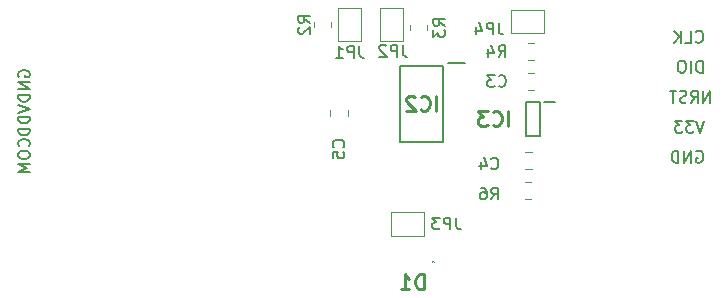
<source format=gbr>
%TF.GenerationSoftware,KiCad,Pcbnew,7.0.6*%
%TF.CreationDate,2024-01-24T15:29:16+09:00*%
%TF.ProjectId,EVO2_ICS_CARD,45564f32-5f49-4435-935f-434152442e6b,rev?*%
%TF.SameCoordinates,Original*%
%TF.FileFunction,Legend,Bot*%
%TF.FilePolarity,Positive*%
%FSLAX46Y46*%
G04 Gerber Fmt 4.6, Leading zero omitted, Abs format (unit mm)*
G04 Created by KiCad (PCBNEW 7.0.6) date 2024-01-24 15:29:16*
%MOMM*%
%LPD*%
G01*
G04 APERTURE LIST*
%ADD10C,0.150000*%
%ADD11C,0.254000*%
%ADD12C,0.120000*%
%ADD13C,0.200000*%
%ADD14C,0.100000*%
G04 APERTURE END LIST*
D10*
X24269819Y-31181922D02*
X25269819Y-31515255D01*
X25269819Y-31515255D02*
X24269819Y-31848588D01*
X25269819Y-32181922D02*
X24269819Y-32181922D01*
X24269819Y-32181922D02*
X24269819Y-32420017D01*
X24269819Y-32420017D02*
X24317438Y-32562874D01*
X24317438Y-32562874D02*
X24412676Y-32658112D01*
X24412676Y-32658112D02*
X24507914Y-32705731D01*
X24507914Y-32705731D02*
X24698390Y-32753350D01*
X24698390Y-32753350D02*
X24841247Y-32753350D01*
X24841247Y-32753350D02*
X25031723Y-32705731D01*
X25031723Y-32705731D02*
X25126961Y-32658112D01*
X25126961Y-32658112D02*
X25222200Y-32562874D01*
X25222200Y-32562874D02*
X25269819Y-32420017D01*
X25269819Y-32420017D02*
X25269819Y-32181922D01*
X25269819Y-33181922D02*
X24269819Y-33181922D01*
X24269819Y-33181922D02*
X24269819Y-33420017D01*
X24269819Y-33420017D02*
X24317438Y-33562874D01*
X24317438Y-33562874D02*
X24412676Y-33658112D01*
X24412676Y-33658112D02*
X24507914Y-33705731D01*
X24507914Y-33705731D02*
X24698390Y-33753350D01*
X24698390Y-33753350D02*
X24841247Y-33753350D01*
X24841247Y-33753350D02*
X25031723Y-33705731D01*
X25031723Y-33705731D02*
X25126961Y-33658112D01*
X25126961Y-33658112D02*
X25222200Y-33562874D01*
X25222200Y-33562874D02*
X25269819Y-33420017D01*
X25269819Y-33420017D02*
X25269819Y-33181922D01*
X25174580Y-34690207D02*
X25222200Y-34642588D01*
X25222200Y-34642588D02*
X25269819Y-34499731D01*
X25269819Y-34499731D02*
X25269819Y-34404493D01*
X25269819Y-34404493D02*
X25222200Y-34261636D01*
X25222200Y-34261636D02*
X25126961Y-34166398D01*
X25126961Y-34166398D02*
X25031723Y-34118779D01*
X25031723Y-34118779D02*
X24841247Y-34071160D01*
X24841247Y-34071160D02*
X24698390Y-34071160D01*
X24698390Y-34071160D02*
X24507914Y-34118779D01*
X24507914Y-34118779D02*
X24412676Y-34166398D01*
X24412676Y-34166398D02*
X24317438Y-34261636D01*
X24317438Y-34261636D02*
X24269819Y-34404493D01*
X24269819Y-34404493D02*
X24269819Y-34499731D01*
X24269819Y-34499731D02*
X24317438Y-34642588D01*
X24317438Y-34642588D02*
X24365057Y-34690207D01*
X24269819Y-35309255D02*
X24269819Y-35499731D01*
X24269819Y-35499731D02*
X24317438Y-35594969D01*
X24317438Y-35594969D02*
X24412676Y-35690207D01*
X24412676Y-35690207D02*
X24603152Y-35737826D01*
X24603152Y-35737826D02*
X24936485Y-35737826D01*
X24936485Y-35737826D02*
X25126961Y-35690207D01*
X25126961Y-35690207D02*
X25222200Y-35594969D01*
X25222200Y-35594969D02*
X25269819Y-35499731D01*
X25269819Y-35499731D02*
X25269819Y-35309255D01*
X25269819Y-35309255D02*
X25222200Y-35214017D01*
X25222200Y-35214017D02*
X25126961Y-35118779D01*
X25126961Y-35118779D02*
X24936485Y-35071160D01*
X24936485Y-35071160D02*
X24603152Y-35071160D01*
X24603152Y-35071160D02*
X24412676Y-35118779D01*
X24412676Y-35118779D02*
X24317438Y-35214017D01*
X24317438Y-35214017D02*
X24269819Y-35309255D01*
X25269819Y-36166398D02*
X24269819Y-36166398D01*
X24269819Y-36166398D02*
X24984104Y-36499731D01*
X24984104Y-36499731D02*
X24269819Y-36833064D01*
X24269819Y-36833064D02*
X25269819Y-36833064D01*
X82848220Y-30984819D02*
X82848220Y-29984819D01*
X82848220Y-29984819D02*
X82276792Y-30984819D01*
X82276792Y-30984819D02*
X82276792Y-29984819D01*
X81229173Y-30984819D02*
X81562506Y-30508628D01*
X81800601Y-30984819D02*
X81800601Y-29984819D01*
X81800601Y-29984819D02*
X81419649Y-29984819D01*
X81419649Y-29984819D02*
X81324411Y-30032438D01*
X81324411Y-30032438D02*
X81276792Y-30080057D01*
X81276792Y-30080057D02*
X81229173Y-30175295D01*
X81229173Y-30175295D02*
X81229173Y-30318152D01*
X81229173Y-30318152D02*
X81276792Y-30413390D01*
X81276792Y-30413390D02*
X81324411Y-30461009D01*
X81324411Y-30461009D02*
X81419649Y-30508628D01*
X81419649Y-30508628D02*
X81800601Y-30508628D01*
X80848220Y-30937200D02*
X80705363Y-30984819D01*
X80705363Y-30984819D02*
X80467268Y-30984819D01*
X80467268Y-30984819D02*
X80372030Y-30937200D01*
X80372030Y-30937200D02*
X80324411Y-30889580D01*
X80324411Y-30889580D02*
X80276792Y-30794342D01*
X80276792Y-30794342D02*
X80276792Y-30699104D01*
X80276792Y-30699104D02*
X80324411Y-30603866D01*
X80324411Y-30603866D02*
X80372030Y-30556247D01*
X80372030Y-30556247D02*
X80467268Y-30508628D01*
X80467268Y-30508628D02*
X80657744Y-30461009D01*
X80657744Y-30461009D02*
X80752982Y-30413390D01*
X80752982Y-30413390D02*
X80800601Y-30365771D01*
X80800601Y-30365771D02*
X80848220Y-30270533D01*
X80848220Y-30270533D02*
X80848220Y-30175295D01*
X80848220Y-30175295D02*
X80800601Y-30080057D01*
X80800601Y-30080057D02*
X80752982Y-30032438D01*
X80752982Y-30032438D02*
X80657744Y-29984819D01*
X80657744Y-29984819D02*
X80419649Y-29984819D01*
X80419649Y-29984819D02*
X80276792Y-30032438D01*
X79991077Y-29984819D02*
X79419649Y-29984819D01*
X79705363Y-30984819D02*
X79705363Y-29984819D01*
X81689411Y-35112438D02*
X81784649Y-35064819D01*
X81784649Y-35064819D02*
X81927506Y-35064819D01*
X81927506Y-35064819D02*
X82070363Y-35112438D01*
X82070363Y-35112438D02*
X82165601Y-35207676D01*
X82165601Y-35207676D02*
X82213220Y-35302914D01*
X82213220Y-35302914D02*
X82260839Y-35493390D01*
X82260839Y-35493390D02*
X82260839Y-35636247D01*
X82260839Y-35636247D02*
X82213220Y-35826723D01*
X82213220Y-35826723D02*
X82165601Y-35921961D01*
X82165601Y-35921961D02*
X82070363Y-36017200D01*
X82070363Y-36017200D02*
X81927506Y-36064819D01*
X81927506Y-36064819D02*
X81832268Y-36064819D01*
X81832268Y-36064819D02*
X81689411Y-36017200D01*
X81689411Y-36017200D02*
X81641792Y-35969580D01*
X81641792Y-35969580D02*
X81641792Y-35636247D01*
X81641792Y-35636247D02*
X81832268Y-35636247D01*
X81213220Y-36064819D02*
X81213220Y-35064819D01*
X81213220Y-35064819D02*
X80641792Y-36064819D01*
X80641792Y-36064819D02*
X80641792Y-35064819D01*
X80165601Y-36064819D02*
X80165601Y-35064819D01*
X80165601Y-35064819D02*
X79927506Y-35064819D01*
X79927506Y-35064819D02*
X79784649Y-35112438D01*
X79784649Y-35112438D02*
X79689411Y-35207676D01*
X79689411Y-35207676D02*
X79641792Y-35302914D01*
X79641792Y-35302914D02*
X79594173Y-35493390D01*
X79594173Y-35493390D02*
X79594173Y-35636247D01*
X79594173Y-35636247D02*
X79641792Y-35826723D01*
X79641792Y-35826723D02*
X79689411Y-35921961D01*
X79689411Y-35921961D02*
X79784649Y-36017200D01*
X79784649Y-36017200D02*
X79927506Y-36064819D01*
X79927506Y-36064819D02*
X80165601Y-36064819D01*
X82213220Y-28444819D02*
X82213220Y-27444819D01*
X82213220Y-27444819D02*
X81975125Y-27444819D01*
X81975125Y-27444819D02*
X81832268Y-27492438D01*
X81832268Y-27492438D02*
X81737030Y-27587676D01*
X81737030Y-27587676D02*
X81689411Y-27682914D01*
X81689411Y-27682914D02*
X81641792Y-27873390D01*
X81641792Y-27873390D02*
X81641792Y-28016247D01*
X81641792Y-28016247D02*
X81689411Y-28206723D01*
X81689411Y-28206723D02*
X81737030Y-28301961D01*
X81737030Y-28301961D02*
X81832268Y-28397200D01*
X81832268Y-28397200D02*
X81975125Y-28444819D01*
X81975125Y-28444819D02*
X82213220Y-28444819D01*
X81213220Y-28444819D02*
X81213220Y-27444819D01*
X80546554Y-27444819D02*
X80356078Y-27444819D01*
X80356078Y-27444819D02*
X80260840Y-27492438D01*
X80260840Y-27492438D02*
X80165602Y-27587676D01*
X80165602Y-27587676D02*
X80117983Y-27778152D01*
X80117983Y-27778152D02*
X80117983Y-28111485D01*
X80117983Y-28111485D02*
X80165602Y-28301961D01*
X80165602Y-28301961D02*
X80260840Y-28397200D01*
X80260840Y-28397200D02*
X80356078Y-28444819D01*
X80356078Y-28444819D02*
X80546554Y-28444819D01*
X80546554Y-28444819D02*
X80641792Y-28397200D01*
X80641792Y-28397200D02*
X80737030Y-28301961D01*
X80737030Y-28301961D02*
X80784649Y-28111485D01*
X80784649Y-28111485D02*
X80784649Y-27778152D01*
X80784649Y-27778152D02*
X80737030Y-27587676D01*
X80737030Y-27587676D02*
X80641792Y-27492438D01*
X80641792Y-27492438D02*
X80546554Y-27444819D01*
X82356077Y-32524819D02*
X82022744Y-33524819D01*
X82022744Y-33524819D02*
X81689411Y-32524819D01*
X81451315Y-32524819D02*
X80832268Y-32524819D01*
X80832268Y-32524819D02*
X81165601Y-32905771D01*
X81165601Y-32905771D02*
X81022744Y-32905771D01*
X81022744Y-32905771D02*
X80927506Y-32953390D01*
X80927506Y-32953390D02*
X80879887Y-33001009D01*
X80879887Y-33001009D02*
X80832268Y-33096247D01*
X80832268Y-33096247D02*
X80832268Y-33334342D01*
X80832268Y-33334342D02*
X80879887Y-33429580D01*
X80879887Y-33429580D02*
X80927506Y-33477200D01*
X80927506Y-33477200D02*
X81022744Y-33524819D01*
X81022744Y-33524819D02*
X81308458Y-33524819D01*
X81308458Y-33524819D02*
X81403696Y-33477200D01*
X81403696Y-33477200D02*
X81451315Y-33429580D01*
X80498934Y-32524819D02*
X79879887Y-32524819D01*
X79879887Y-32524819D02*
X80213220Y-32905771D01*
X80213220Y-32905771D02*
X80070363Y-32905771D01*
X80070363Y-32905771D02*
X79975125Y-32953390D01*
X79975125Y-32953390D02*
X79927506Y-33001009D01*
X79927506Y-33001009D02*
X79879887Y-33096247D01*
X79879887Y-33096247D02*
X79879887Y-33334342D01*
X79879887Y-33334342D02*
X79927506Y-33429580D01*
X79927506Y-33429580D02*
X79975125Y-33477200D01*
X79975125Y-33477200D02*
X80070363Y-33524819D01*
X80070363Y-33524819D02*
X80356077Y-33524819D01*
X80356077Y-33524819D02*
X80451315Y-33477200D01*
X80451315Y-33477200D02*
X80498934Y-33429580D01*
X24317438Y-28800588D02*
X24269819Y-28705350D01*
X24269819Y-28705350D02*
X24269819Y-28562493D01*
X24269819Y-28562493D02*
X24317438Y-28419636D01*
X24317438Y-28419636D02*
X24412676Y-28324398D01*
X24412676Y-28324398D02*
X24507914Y-28276779D01*
X24507914Y-28276779D02*
X24698390Y-28229160D01*
X24698390Y-28229160D02*
X24841247Y-28229160D01*
X24841247Y-28229160D02*
X25031723Y-28276779D01*
X25031723Y-28276779D02*
X25126961Y-28324398D01*
X25126961Y-28324398D02*
X25222200Y-28419636D01*
X25222200Y-28419636D02*
X25269819Y-28562493D01*
X25269819Y-28562493D02*
X25269819Y-28657731D01*
X25269819Y-28657731D02*
X25222200Y-28800588D01*
X25222200Y-28800588D02*
X25174580Y-28848207D01*
X25174580Y-28848207D02*
X24841247Y-28848207D01*
X24841247Y-28848207D02*
X24841247Y-28657731D01*
X25269819Y-29276779D02*
X24269819Y-29276779D01*
X24269819Y-29276779D02*
X25269819Y-29848207D01*
X25269819Y-29848207D02*
X24269819Y-29848207D01*
X25269819Y-30324398D02*
X24269819Y-30324398D01*
X24269819Y-30324398D02*
X24269819Y-30562493D01*
X24269819Y-30562493D02*
X24317438Y-30705350D01*
X24317438Y-30705350D02*
X24412676Y-30800588D01*
X24412676Y-30800588D02*
X24507914Y-30848207D01*
X24507914Y-30848207D02*
X24698390Y-30895826D01*
X24698390Y-30895826D02*
X24841247Y-30895826D01*
X24841247Y-30895826D02*
X25031723Y-30848207D01*
X25031723Y-30848207D02*
X25126961Y-30800588D01*
X25126961Y-30800588D02*
X25222200Y-30705350D01*
X25222200Y-30705350D02*
X25269819Y-30562493D01*
X25269819Y-30562493D02*
X25269819Y-30324398D01*
X81641792Y-25809580D02*
X81689411Y-25857200D01*
X81689411Y-25857200D02*
X81832268Y-25904819D01*
X81832268Y-25904819D02*
X81927506Y-25904819D01*
X81927506Y-25904819D02*
X82070363Y-25857200D01*
X82070363Y-25857200D02*
X82165601Y-25761961D01*
X82165601Y-25761961D02*
X82213220Y-25666723D01*
X82213220Y-25666723D02*
X82260839Y-25476247D01*
X82260839Y-25476247D02*
X82260839Y-25333390D01*
X82260839Y-25333390D02*
X82213220Y-25142914D01*
X82213220Y-25142914D02*
X82165601Y-25047676D01*
X82165601Y-25047676D02*
X82070363Y-24952438D01*
X82070363Y-24952438D02*
X81927506Y-24904819D01*
X81927506Y-24904819D02*
X81832268Y-24904819D01*
X81832268Y-24904819D02*
X81689411Y-24952438D01*
X81689411Y-24952438D02*
X81641792Y-25000057D01*
X80737030Y-25904819D02*
X81213220Y-25904819D01*
X81213220Y-25904819D02*
X81213220Y-24904819D01*
X80403696Y-25904819D02*
X80403696Y-24904819D01*
X79832268Y-25904819D02*
X80260839Y-25333390D01*
X79832268Y-24904819D02*
X80403696Y-25476247D01*
X61338333Y-40729819D02*
X61338333Y-41444104D01*
X61338333Y-41444104D02*
X61385952Y-41586961D01*
X61385952Y-41586961D02*
X61481190Y-41682200D01*
X61481190Y-41682200D02*
X61624047Y-41729819D01*
X61624047Y-41729819D02*
X61719285Y-41729819D01*
X60862142Y-41729819D02*
X60862142Y-40729819D01*
X60862142Y-40729819D02*
X60481190Y-40729819D01*
X60481190Y-40729819D02*
X60385952Y-40777438D01*
X60385952Y-40777438D02*
X60338333Y-40825057D01*
X60338333Y-40825057D02*
X60290714Y-40920295D01*
X60290714Y-40920295D02*
X60290714Y-41063152D01*
X60290714Y-41063152D02*
X60338333Y-41158390D01*
X60338333Y-41158390D02*
X60385952Y-41206009D01*
X60385952Y-41206009D02*
X60481190Y-41253628D01*
X60481190Y-41253628D02*
X60862142Y-41253628D01*
X59957380Y-40729819D02*
X59338333Y-40729819D01*
X59338333Y-40729819D02*
X59671666Y-41110771D01*
X59671666Y-41110771D02*
X59528809Y-41110771D01*
X59528809Y-41110771D02*
X59433571Y-41158390D01*
X59433571Y-41158390D02*
X59385952Y-41206009D01*
X59385952Y-41206009D02*
X59338333Y-41301247D01*
X59338333Y-41301247D02*
X59338333Y-41539342D01*
X59338333Y-41539342D02*
X59385952Y-41634580D01*
X59385952Y-41634580D02*
X59433571Y-41682200D01*
X59433571Y-41682200D02*
X59528809Y-41729819D01*
X59528809Y-41729819D02*
X59814523Y-41729819D01*
X59814523Y-41729819D02*
X59909761Y-41682200D01*
X59909761Y-41682200D02*
X59957380Y-41634580D01*
X64301666Y-36554580D02*
X64349285Y-36602200D01*
X64349285Y-36602200D02*
X64492142Y-36649819D01*
X64492142Y-36649819D02*
X64587380Y-36649819D01*
X64587380Y-36649819D02*
X64730237Y-36602200D01*
X64730237Y-36602200D02*
X64825475Y-36506961D01*
X64825475Y-36506961D02*
X64873094Y-36411723D01*
X64873094Y-36411723D02*
X64920713Y-36221247D01*
X64920713Y-36221247D02*
X64920713Y-36078390D01*
X64920713Y-36078390D02*
X64873094Y-35887914D01*
X64873094Y-35887914D02*
X64825475Y-35792676D01*
X64825475Y-35792676D02*
X64730237Y-35697438D01*
X64730237Y-35697438D02*
X64587380Y-35649819D01*
X64587380Y-35649819D02*
X64492142Y-35649819D01*
X64492142Y-35649819D02*
X64349285Y-35697438D01*
X64349285Y-35697438D02*
X64301666Y-35745057D01*
X63444523Y-35983152D02*
X63444523Y-36649819D01*
X63682618Y-35602200D02*
X63920713Y-36316485D01*
X63920713Y-36316485D02*
X63301666Y-36316485D01*
X53157333Y-26193819D02*
X53157333Y-26908104D01*
X53157333Y-26908104D02*
X53204952Y-27050961D01*
X53204952Y-27050961D02*
X53300190Y-27146200D01*
X53300190Y-27146200D02*
X53443047Y-27193819D01*
X53443047Y-27193819D02*
X53538285Y-27193819D01*
X52681142Y-27193819D02*
X52681142Y-26193819D01*
X52681142Y-26193819D02*
X52300190Y-26193819D01*
X52300190Y-26193819D02*
X52204952Y-26241438D01*
X52204952Y-26241438D02*
X52157333Y-26289057D01*
X52157333Y-26289057D02*
X52109714Y-26384295D01*
X52109714Y-26384295D02*
X52109714Y-26527152D01*
X52109714Y-26527152D02*
X52157333Y-26622390D01*
X52157333Y-26622390D02*
X52204952Y-26670009D01*
X52204952Y-26670009D02*
X52300190Y-26717628D01*
X52300190Y-26717628D02*
X52681142Y-26717628D01*
X51157333Y-27193819D02*
X51728761Y-27193819D01*
X51443047Y-27193819D02*
X51443047Y-26193819D01*
X51443047Y-26193819D02*
X51538285Y-26336676D01*
X51538285Y-26336676D02*
X51633523Y-26431914D01*
X51633523Y-26431914D02*
X51728761Y-26479533D01*
X60398819Y-24471333D02*
X59922628Y-24138000D01*
X60398819Y-23899905D02*
X59398819Y-23899905D01*
X59398819Y-23899905D02*
X59398819Y-24280857D01*
X59398819Y-24280857D02*
X59446438Y-24376095D01*
X59446438Y-24376095D02*
X59494057Y-24423714D01*
X59494057Y-24423714D02*
X59589295Y-24471333D01*
X59589295Y-24471333D02*
X59732152Y-24471333D01*
X59732152Y-24471333D02*
X59827390Y-24423714D01*
X59827390Y-24423714D02*
X59875009Y-24376095D01*
X59875009Y-24376095D02*
X59922628Y-24280857D01*
X59922628Y-24280857D02*
X59922628Y-23899905D01*
X59398819Y-24804667D02*
X59398819Y-25423714D01*
X59398819Y-25423714D02*
X59779771Y-25090381D01*
X59779771Y-25090381D02*
X59779771Y-25233238D01*
X59779771Y-25233238D02*
X59827390Y-25328476D01*
X59827390Y-25328476D02*
X59875009Y-25376095D01*
X59875009Y-25376095D02*
X59970247Y-25423714D01*
X59970247Y-25423714D02*
X60208342Y-25423714D01*
X60208342Y-25423714D02*
X60303580Y-25376095D01*
X60303580Y-25376095D02*
X60351200Y-25328476D01*
X60351200Y-25328476D02*
X60398819Y-25233238D01*
X60398819Y-25233238D02*
X60398819Y-24947524D01*
X60398819Y-24947524D02*
X60351200Y-24852286D01*
X60351200Y-24852286D02*
X60303580Y-24804667D01*
X64936666Y-27124819D02*
X65269999Y-26648628D01*
X65508094Y-27124819D02*
X65508094Y-26124819D01*
X65508094Y-26124819D02*
X65127142Y-26124819D01*
X65127142Y-26124819D02*
X65031904Y-26172438D01*
X65031904Y-26172438D02*
X64984285Y-26220057D01*
X64984285Y-26220057D02*
X64936666Y-26315295D01*
X64936666Y-26315295D02*
X64936666Y-26458152D01*
X64936666Y-26458152D02*
X64984285Y-26553390D01*
X64984285Y-26553390D02*
X65031904Y-26601009D01*
X65031904Y-26601009D02*
X65127142Y-26648628D01*
X65127142Y-26648628D02*
X65508094Y-26648628D01*
X64079523Y-26458152D02*
X64079523Y-27124819D01*
X64317618Y-26077200D02*
X64555713Y-26791485D01*
X64555713Y-26791485D02*
X63936666Y-26791485D01*
D11*
X65755762Y-32969318D02*
X65755762Y-31699318D01*
X64425285Y-32848365D02*
X64485761Y-32908842D01*
X64485761Y-32908842D02*
X64667190Y-32969318D01*
X64667190Y-32969318D02*
X64788142Y-32969318D01*
X64788142Y-32969318D02*
X64969571Y-32908842D01*
X64969571Y-32908842D02*
X65090523Y-32787889D01*
X65090523Y-32787889D02*
X65151000Y-32666937D01*
X65151000Y-32666937D02*
X65211476Y-32425032D01*
X65211476Y-32425032D02*
X65211476Y-32243603D01*
X65211476Y-32243603D02*
X65151000Y-32001699D01*
X65151000Y-32001699D02*
X65090523Y-31880746D01*
X65090523Y-31880746D02*
X64969571Y-31759794D01*
X64969571Y-31759794D02*
X64788142Y-31699318D01*
X64788142Y-31699318D02*
X64667190Y-31699318D01*
X64667190Y-31699318D02*
X64485761Y-31759794D01*
X64485761Y-31759794D02*
X64425285Y-31820270D01*
X64001952Y-31699318D02*
X63215761Y-31699318D01*
X63215761Y-31699318D02*
X63639095Y-32183127D01*
X63639095Y-32183127D02*
X63457666Y-32183127D01*
X63457666Y-32183127D02*
X63336714Y-32243603D01*
X63336714Y-32243603D02*
X63276238Y-32304080D01*
X63276238Y-32304080D02*
X63215761Y-32425032D01*
X63215761Y-32425032D02*
X63215761Y-32727413D01*
X63215761Y-32727413D02*
X63276238Y-32848365D01*
X63276238Y-32848365D02*
X63336714Y-32908842D01*
X63336714Y-32908842D02*
X63457666Y-32969318D01*
X63457666Y-32969318D02*
X63820523Y-32969318D01*
X63820523Y-32969318D02*
X63941476Y-32908842D01*
X63941476Y-32908842D02*
X64001952Y-32848365D01*
D10*
X48968819Y-24217333D02*
X48492628Y-23884000D01*
X48968819Y-23645905D02*
X47968819Y-23645905D01*
X47968819Y-23645905D02*
X47968819Y-24026857D01*
X47968819Y-24026857D02*
X48016438Y-24122095D01*
X48016438Y-24122095D02*
X48064057Y-24169714D01*
X48064057Y-24169714D02*
X48159295Y-24217333D01*
X48159295Y-24217333D02*
X48302152Y-24217333D01*
X48302152Y-24217333D02*
X48397390Y-24169714D01*
X48397390Y-24169714D02*
X48445009Y-24122095D01*
X48445009Y-24122095D02*
X48492628Y-24026857D01*
X48492628Y-24026857D02*
X48492628Y-23645905D01*
X48064057Y-24598286D02*
X48016438Y-24645905D01*
X48016438Y-24645905D02*
X47968819Y-24741143D01*
X47968819Y-24741143D02*
X47968819Y-24979238D01*
X47968819Y-24979238D02*
X48016438Y-25074476D01*
X48016438Y-25074476D02*
X48064057Y-25122095D01*
X48064057Y-25122095D02*
X48159295Y-25169714D01*
X48159295Y-25169714D02*
X48254533Y-25169714D01*
X48254533Y-25169714D02*
X48397390Y-25122095D01*
X48397390Y-25122095D02*
X48968819Y-24550667D01*
X48968819Y-24550667D02*
X48968819Y-25169714D01*
D11*
X59659762Y-31689318D02*
X59659762Y-30419318D01*
X58329285Y-31568365D02*
X58389761Y-31628842D01*
X58389761Y-31628842D02*
X58571190Y-31689318D01*
X58571190Y-31689318D02*
X58692142Y-31689318D01*
X58692142Y-31689318D02*
X58873571Y-31628842D01*
X58873571Y-31628842D02*
X58994523Y-31507889D01*
X58994523Y-31507889D02*
X59055000Y-31386937D01*
X59055000Y-31386937D02*
X59115476Y-31145032D01*
X59115476Y-31145032D02*
X59115476Y-30963603D01*
X59115476Y-30963603D02*
X59055000Y-30721699D01*
X59055000Y-30721699D02*
X58994523Y-30600746D01*
X58994523Y-30600746D02*
X58873571Y-30479794D01*
X58873571Y-30479794D02*
X58692142Y-30419318D01*
X58692142Y-30419318D02*
X58571190Y-30419318D01*
X58571190Y-30419318D02*
X58389761Y-30479794D01*
X58389761Y-30479794D02*
X58329285Y-30540270D01*
X57845476Y-30540270D02*
X57785000Y-30479794D01*
X57785000Y-30479794D02*
X57664047Y-30419318D01*
X57664047Y-30419318D02*
X57361666Y-30419318D01*
X57361666Y-30419318D02*
X57240714Y-30479794D01*
X57240714Y-30479794D02*
X57180238Y-30540270D01*
X57180238Y-30540270D02*
X57119761Y-30661222D01*
X57119761Y-30661222D02*
X57119761Y-30782175D01*
X57119761Y-30782175D02*
X57180238Y-30963603D01*
X57180238Y-30963603D02*
X57905952Y-31689318D01*
X57905952Y-31689318D02*
X57119761Y-31689318D01*
D10*
X64968333Y-24219819D02*
X64968333Y-24934104D01*
X64968333Y-24934104D02*
X65015952Y-25076961D01*
X65015952Y-25076961D02*
X65111190Y-25172200D01*
X65111190Y-25172200D02*
X65254047Y-25219819D01*
X65254047Y-25219819D02*
X65349285Y-25219819D01*
X64492142Y-25219819D02*
X64492142Y-24219819D01*
X64492142Y-24219819D02*
X64111190Y-24219819D01*
X64111190Y-24219819D02*
X64015952Y-24267438D01*
X64015952Y-24267438D02*
X63968333Y-24315057D01*
X63968333Y-24315057D02*
X63920714Y-24410295D01*
X63920714Y-24410295D02*
X63920714Y-24553152D01*
X63920714Y-24553152D02*
X63968333Y-24648390D01*
X63968333Y-24648390D02*
X64015952Y-24696009D01*
X64015952Y-24696009D02*
X64111190Y-24743628D01*
X64111190Y-24743628D02*
X64492142Y-24743628D01*
X63063571Y-24553152D02*
X63063571Y-25219819D01*
X63301666Y-24172200D02*
X63539761Y-24886485D01*
X63539761Y-24886485D02*
X62920714Y-24886485D01*
X64936666Y-29569580D02*
X64984285Y-29617200D01*
X64984285Y-29617200D02*
X65127142Y-29664819D01*
X65127142Y-29664819D02*
X65222380Y-29664819D01*
X65222380Y-29664819D02*
X65365237Y-29617200D01*
X65365237Y-29617200D02*
X65460475Y-29521961D01*
X65460475Y-29521961D02*
X65508094Y-29426723D01*
X65508094Y-29426723D02*
X65555713Y-29236247D01*
X65555713Y-29236247D02*
X65555713Y-29093390D01*
X65555713Y-29093390D02*
X65508094Y-28902914D01*
X65508094Y-28902914D02*
X65460475Y-28807676D01*
X65460475Y-28807676D02*
X65365237Y-28712438D01*
X65365237Y-28712438D02*
X65222380Y-28664819D01*
X65222380Y-28664819D02*
X65127142Y-28664819D01*
X65127142Y-28664819D02*
X64984285Y-28712438D01*
X64984285Y-28712438D02*
X64936666Y-28760057D01*
X64603332Y-28664819D02*
X63984285Y-28664819D01*
X63984285Y-28664819D02*
X64317618Y-29045771D01*
X64317618Y-29045771D02*
X64174761Y-29045771D01*
X64174761Y-29045771D02*
X64079523Y-29093390D01*
X64079523Y-29093390D02*
X64031904Y-29141009D01*
X64031904Y-29141009D02*
X63984285Y-29236247D01*
X63984285Y-29236247D02*
X63984285Y-29474342D01*
X63984285Y-29474342D02*
X64031904Y-29569580D01*
X64031904Y-29569580D02*
X64079523Y-29617200D01*
X64079523Y-29617200D02*
X64174761Y-29664819D01*
X64174761Y-29664819D02*
X64460475Y-29664819D01*
X64460475Y-29664819D02*
X64555713Y-29617200D01*
X64555713Y-29617200D02*
X64603332Y-29569580D01*
X51794580Y-34758333D02*
X51842200Y-34710714D01*
X51842200Y-34710714D02*
X51889819Y-34567857D01*
X51889819Y-34567857D02*
X51889819Y-34472619D01*
X51889819Y-34472619D02*
X51842200Y-34329762D01*
X51842200Y-34329762D02*
X51746961Y-34234524D01*
X51746961Y-34234524D02*
X51651723Y-34186905D01*
X51651723Y-34186905D02*
X51461247Y-34139286D01*
X51461247Y-34139286D02*
X51318390Y-34139286D01*
X51318390Y-34139286D02*
X51127914Y-34186905D01*
X51127914Y-34186905D02*
X51032676Y-34234524D01*
X51032676Y-34234524D02*
X50937438Y-34329762D01*
X50937438Y-34329762D02*
X50889819Y-34472619D01*
X50889819Y-34472619D02*
X50889819Y-34567857D01*
X50889819Y-34567857D02*
X50937438Y-34710714D01*
X50937438Y-34710714D02*
X50985057Y-34758333D01*
X50889819Y-35663095D02*
X50889819Y-35186905D01*
X50889819Y-35186905D02*
X51366009Y-35139286D01*
X51366009Y-35139286D02*
X51318390Y-35186905D01*
X51318390Y-35186905D02*
X51270771Y-35282143D01*
X51270771Y-35282143D02*
X51270771Y-35520238D01*
X51270771Y-35520238D02*
X51318390Y-35615476D01*
X51318390Y-35615476D02*
X51366009Y-35663095D01*
X51366009Y-35663095D02*
X51461247Y-35710714D01*
X51461247Y-35710714D02*
X51699342Y-35710714D01*
X51699342Y-35710714D02*
X51794580Y-35663095D01*
X51794580Y-35663095D02*
X51842200Y-35615476D01*
X51842200Y-35615476D02*
X51889819Y-35520238D01*
X51889819Y-35520238D02*
X51889819Y-35282143D01*
X51889819Y-35282143D02*
X51842200Y-35186905D01*
X51842200Y-35186905D02*
X51794580Y-35139286D01*
X56840333Y-26103819D02*
X56840333Y-26818104D01*
X56840333Y-26818104D02*
X56887952Y-26960961D01*
X56887952Y-26960961D02*
X56983190Y-27056200D01*
X56983190Y-27056200D02*
X57126047Y-27103819D01*
X57126047Y-27103819D02*
X57221285Y-27103819D01*
X56364142Y-27103819D02*
X56364142Y-26103819D01*
X56364142Y-26103819D02*
X55983190Y-26103819D01*
X55983190Y-26103819D02*
X55887952Y-26151438D01*
X55887952Y-26151438D02*
X55840333Y-26199057D01*
X55840333Y-26199057D02*
X55792714Y-26294295D01*
X55792714Y-26294295D02*
X55792714Y-26437152D01*
X55792714Y-26437152D02*
X55840333Y-26532390D01*
X55840333Y-26532390D02*
X55887952Y-26580009D01*
X55887952Y-26580009D02*
X55983190Y-26627628D01*
X55983190Y-26627628D02*
X56364142Y-26627628D01*
X55411761Y-26199057D02*
X55364142Y-26151438D01*
X55364142Y-26151438D02*
X55268904Y-26103819D01*
X55268904Y-26103819D02*
X55030809Y-26103819D01*
X55030809Y-26103819D02*
X54935571Y-26151438D01*
X54935571Y-26151438D02*
X54887952Y-26199057D01*
X54887952Y-26199057D02*
X54840333Y-26294295D01*
X54840333Y-26294295D02*
X54840333Y-26389533D01*
X54840333Y-26389533D02*
X54887952Y-26532390D01*
X54887952Y-26532390D02*
X55459380Y-27103819D01*
X55459380Y-27103819D02*
X54840333Y-27103819D01*
X64301666Y-39189819D02*
X64634999Y-38713628D01*
X64873094Y-39189819D02*
X64873094Y-38189819D01*
X64873094Y-38189819D02*
X64492142Y-38189819D01*
X64492142Y-38189819D02*
X64396904Y-38237438D01*
X64396904Y-38237438D02*
X64349285Y-38285057D01*
X64349285Y-38285057D02*
X64301666Y-38380295D01*
X64301666Y-38380295D02*
X64301666Y-38523152D01*
X64301666Y-38523152D02*
X64349285Y-38618390D01*
X64349285Y-38618390D02*
X64396904Y-38666009D01*
X64396904Y-38666009D02*
X64492142Y-38713628D01*
X64492142Y-38713628D02*
X64873094Y-38713628D01*
X63444523Y-38189819D02*
X63634999Y-38189819D01*
X63634999Y-38189819D02*
X63730237Y-38237438D01*
X63730237Y-38237438D02*
X63777856Y-38285057D01*
X63777856Y-38285057D02*
X63873094Y-38427914D01*
X63873094Y-38427914D02*
X63920713Y-38618390D01*
X63920713Y-38618390D02*
X63920713Y-38999342D01*
X63920713Y-38999342D02*
X63873094Y-39094580D01*
X63873094Y-39094580D02*
X63825475Y-39142200D01*
X63825475Y-39142200D02*
X63730237Y-39189819D01*
X63730237Y-39189819D02*
X63539761Y-39189819D01*
X63539761Y-39189819D02*
X63444523Y-39142200D01*
X63444523Y-39142200D02*
X63396904Y-39094580D01*
X63396904Y-39094580D02*
X63349285Y-38999342D01*
X63349285Y-38999342D02*
X63349285Y-38761247D01*
X63349285Y-38761247D02*
X63396904Y-38666009D01*
X63396904Y-38666009D02*
X63444523Y-38618390D01*
X63444523Y-38618390D02*
X63539761Y-38570771D01*
X63539761Y-38570771D02*
X63730237Y-38570771D01*
X63730237Y-38570771D02*
X63825475Y-38618390D01*
X63825475Y-38618390D02*
X63873094Y-38666009D01*
X63873094Y-38666009D02*
X63920713Y-38761247D01*
D11*
X58595381Y-46802318D02*
X58595381Y-45532318D01*
X58595381Y-45532318D02*
X58293000Y-45532318D01*
X58293000Y-45532318D02*
X58111571Y-45592794D01*
X58111571Y-45592794D02*
X57990619Y-45713746D01*
X57990619Y-45713746D02*
X57930142Y-45834699D01*
X57930142Y-45834699D02*
X57869666Y-46076603D01*
X57869666Y-46076603D02*
X57869666Y-46258032D01*
X57869666Y-46258032D02*
X57930142Y-46499937D01*
X57930142Y-46499937D02*
X57990619Y-46620889D01*
X57990619Y-46620889D02*
X58111571Y-46741842D01*
X58111571Y-46741842D02*
X58293000Y-46802318D01*
X58293000Y-46802318D02*
X58595381Y-46802318D01*
X56660142Y-46802318D02*
X57385857Y-46802318D01*
X57023000Y-46802318D02*
X57023000Y-45532318D01*
X57023000Y-45532318D02*
X57143952Y-45713746D01*
X57143952Y-45713746D02*
X57264904Y-45834699D01*
X57264904Y-45834699D02*
X57385857Y-45895175D01*
D12*
%TO.C,JP3*%
X58640000Y-42275000D02*
X58640000Y-40275000D01*
X58640000Y-40275000D02*
X55840000Y-40275000D01*
X55840000Y-42275000D02*
X58640000Y-42275000D01*
X55840000Y-40275000D02*
X55840000Y-42275000D01*
%TO.C,C4*%
X67214248Y-35150000D02*
X67736752Y-35150000D01*
X67214248Y-36620000D02*
X67736752Y-36620000D01*
%TO.C,JP1*%
X53324000Y-22947000D02*
X51324000Y-22947000D01*
X51324000Y-22947000D02*
X51324000Y-25747000D01*
X53324000Y-25747000D02*
X53324000Y-22947000D01*
X51324000Y-25747000D02*
X53324000Y-25747000D01*
%TO.C,R3*%
X58901000Y-24394936D02*
X58901000Y-24849064D01*
X57431000Y-24394936D02*
X57431000Y-24849064D01*
%TO.C,R4*%
X67447936Y-25935000D02*
X67902064Y-25935000D01*
X67447936Y-27405000D02*
X67902064Y-27405000D01*
D13*
%TO.C,IC3*%
X69688000Y-30895000D02*
X68788000Y-30895000D01*
X68438000Y-33845000D02*
X68438000Y-30945000D01*
X68438000Y-30945000D02*
X67238000Y-30945000D01*
X67238000Y-33845000D02*
X68438000Y-33845000D01*
X67238000Y-30945000D02*
X67238000Y-33845000D01*
D12*
%TO.C,R2*%
X50773000Y-24140936D02*
X50773000Y-24595064D01*
X49303000Y-24140936D02*
X49303000Y-24595064D01*
D13*
%TO.C,IC2*%
X62095000Y-27615000D02*
X60620000Y-27615000D01*
X60270000Y-34365000D02*
X60270000Y-27865000D01*
X60270000Y-27865000D02*
X56570000Y-27865000D01*
X56570000Y-34365000D02*
X60270000Y-34365000D01*
X56570000Y-27865000D02*
X56570000Y-34365000D01*
D12*
%TO.C,JP4*%
X66000000Y-23130000D02*
X66000000Y-25130000D01*
X66000000Y-25130000D02*
X68800000Y-25130000D01*
X68800000Y-23130000D02*
X66000000Y-23130000D01*
X68800000Y-25130000D02*
X68800000Y-23130000D01*
%TO.C,C3*%
X67451248Y-28475000D02*
X67973752Y-28475000D01*
X67451248Y-29945000D02*
X67973752Y-29945000D01*
%TO.C,C5*%
X52170000Y-31581248D02*
X52170000Y-32103752D01*
X50700000Y-31581248D02*
X50700000Y-32103752D01*
%TO.C,JP2*%
X56880000Y-22947000D02*
X54880000Y-22947000D01*
X54880000Y-22947000D02*
X54880000Y-25747000D01*
X56880000Y-25747000D02*
X56880000Y-22947000D01*
X54880000Y-25747000D02*
X56880000Y-25747000D01*
%TO.C,R6*%
X67210936Y-37690000D02*
X67665064Y-37690000D01*
X67210936Y-39160000D02*
X67665064Y-39160000D01*
D14*
%TO.C,D1*%
X59430000Y-44450000D02*
X59430000Y-44450000D01*
X59330000Y-44450000D02*
X59330000Y-44450000D01*
X59330000Y-44450000D02*
G75*
G03*
X59430000Y-44450000I50000J0D01*
G01*
X59430000Y-44450000D02*
G75*
G03*
X59330000Y-44450000I-50000J0D01*
G01*
%TD*%
M02*

</source>
